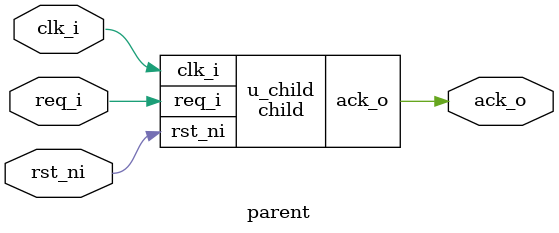
<source format=sv>
module child (
  input logic clk_i,
  input logic rst_ni,
  input logic req_i,
  output logic ack_o
);
  assign ack_o = req_i;
endmodule

module parent (
  input logic clk_i,
  input logic rst_ni,
  input logic req_i,
  output logic ack_o
);

  child u_child (
    .*
  );

endmodule

</source>
